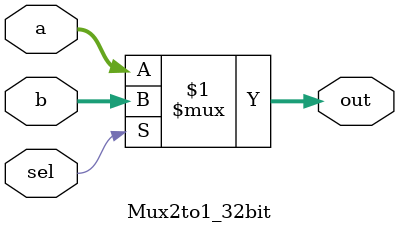
<source format=v>
module Mux2to1_32bit(
	input [31:0] a,
	input [31:0] b,
	output [31:0] out,
	input sel
);
	assign out = (sel) ? (b) : (a);
endmodule
</source>
